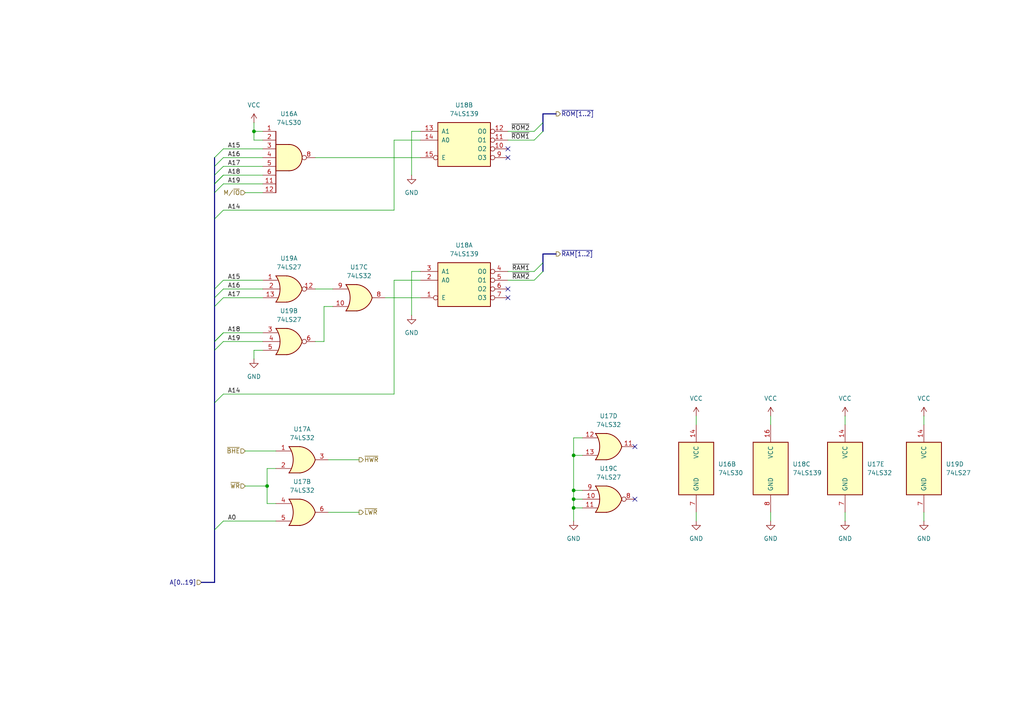
<source format=kicad_sch>
(kicad_sch (version 20250114) (generator "eeschema") (generator_version "9.0")
  (paper "A4")
  (lib_symbols
    (symbol "74xx:74LS139" (pin_names (offset 1.016))
      (property "Reference" "U" (at -7.62 8.89 0))
      (property "Value" "74LS139" (at -7.62 -8.89 0))
      (symbol "74LS139_1_0"
        (pin input line (at -12.7 2.54 0) (length 5.08) (name "A1") (number "3"))
        (pin input line (at -12.7 0 0) (length 5.08) (name "A0") (number "2"))
        (pin input inverted (at -12.7 -5.08 0) (length 5.08) (name "E") (number "1"))
        (pin output inverted (at 12.7 2.54 180) (length 5.08) (name "O0") (number "4"))
        (pin output inverted (at 12.7 0 180) (length 5.08) (name "O1") (number "5"))
        (pin output inverted (at 12.7 -2.54 180) (length 5.08) (name "O2") (number "6"))
        (pin output inverted (at 12.7 -5.08 180) (length 5.08) (name "O3") (number "7"))
      )
      (symbol "74LS139_1_1"
        (rectangle (start -7.62 5.08) (end 7.62 -7.62) (stroke (width 0.254)) (fill (type background)))
      )
      (symbol "74LS139_2_0"
        (pin input line (at -12.7 2.54 0) (length 5.08) (name "A1") (number "13"))
        (pin input line (at -12.7 0 0) (length 5.08) (name "A0") (number "14"))
        (pin input inverted (at -12.7 -5.08 0) (length 5.08) (name "E") (number "15"))
        (pin output inverted (at 12.7 2.54 180) (length 5.08) (name "O0") (number "12"))
        (pin output inverted (at 12.7 0 180) (length 5.08) (name "O1") (number "11"))
        (pin output inverted (at 12.7 -2.54 180) (length 5.08) (name "O2") (number "10"))
        (pin output inverted (at 12.7 -5.08 180) (length 5.08) (name "O3") (number "9"))
      )
      (symbol "74LS139_2_1"
        (rectangle (start -7.62 5.08) (end 7.62 -7.62) (stroke (width 0.254)) (fill (type background)))
      )
      (symbol "74LS139_3_0"
        (pin power_in line (at 0 12.7 270) (length 5.08) (name "VCC") (number "16"))
        (pin power_in line (at 0 -12.7 90) (length 5.08) (name "GND") (number "8"))
      )
      (symbol "74LS139_3_1"
        (rectangle (start -5.08 7.62) (end 5.08 -7.62) (stroke (width 0.254)) (fill (type background)))
      )
    )
    (symbol "74xx:74LS27" (pin_names (offset 1.016))
      (property "Reference" "U" (at 0 1.27 0))
      (property "Value" "74LS27" (at 0 -1.27 0))
      (symbol "74LS27_1_1"
        (arc (start -3.81 3.81) (mid -2.589 0) (end -3.81 -3.81) (stroke (width 0.254)))
        (polyline (pts (xy -3.81 3.81) (xy -0.635 3.81)) (stroke (width 0.254)) (fill (type background)))
        (polyline (pts (xy -3.81 -3.81) (xy -0.635 -3.81)) (stroke (width 0.254)) (fill (type background)))
        (arc (start 3.81 0) (mid 2.1855 -2.584) (end -0.6096 -3.81) (stroke (width 0.254)) (fill (type background)))
        (arc (start -0.6096 3.81) (mid 2.1928 2.5924) (end 3.81 0) (stroke (width 0.254)) (fill (type background)))
        (polyline (pts (xy -0.635 3.81) (xy -3.81 3.81) (xy -3.81 3.81) (xy -3.556 3.4036) (xy -3.0226 2.2606) (xy -2.6924 1.0414) (xy -2.6162 -0.254) (xy -2.7686 -1.4986) (xy -3.175 -2.7178) (xy -3.81 -3.81) (xy -3.81 -3.81) (xy -0.635 -3.81)) (stroke (width -25.4)) (fill (type background)))
        (pin input line (at -7.62 2.54 0) (length 4.318) (name "~") (number "1"))
        (pin input line (at -7.62 0 0) (length 4.953) (name "~") (number "2"))
        (pin input line (at -7.62 -2.54 0) (length 4.318) (name "~") (number "13"))
        (pin output inverted (at 7.62 0 180) (length 3.81) (name "~") (number "12"))
      )
      (symbol "74LS27_1_2"
        (arc (start 0 3.81) (mid 3.7934 0) (end 0 -3.81) (stroke (width 0.254)) (fill (type background)))
        (polyline (pts (xy 0 3.81) (xy -3.81 3.81) (xy -3.81 -3.81) (xy 0 -3.81)) (stroke (width 0.254)) (fill (type background)))
        (pin input inverted (at -7.62 2.54 0) (length 3.81) (name "~") (number "1"))
        (pin input inverted (at -7.62 0 0) (length 3.81) (name "~") (number "2"))
        (pin input inverted (at -7.62 -2.54 0) (length 3.81) (name "~") (number "13"))
        (pin output line (at 7.62 0 180) (length 3.81) (name "~") (number "12"))
      )
      (symbol "74LS27_2_1"
        (arc (start -3.81 3.81) (mid -2.589 0) (end -3.81 -3.81) (stroke (width 0.254)))
        (polyline (pts (xy -3.81 3.81) (xy -0.635 3.81)) (stroke (width 0.254)) (fill (type background)))
        (polyline (pts (xy -3.81 -3.81) (xy -0.635 -3.81)) (stroke (width 0.254)) (fill (type background)))
        (arc (start 3.81 0) (mid 2.1855 -2.584) (end -0.6096 -3.81) (stroke (width 0.254)) (fill (type background)))
        (arc (start -0.6096 3.81) (mid 2.1928 2.5924) (end 3.81 0) (stroke (width 0.254)) (fill (type background)))
        (polyline (pts (xy -0.635 3.81) (xy -3.81 3.81) (xy -3.81 3.81) (xy -3.556 3.4036) (xy -3.0226 2.2606) (xy -2.6924 1.0414) (xy -2.6162 -0.254) (xy -2.7686 -1.4986) (xy -3.175 -2.7178) (xy -3.81 -3.81) (xy -3.81 -3.81) (xy -0.635 -3.81)) (stroke (width -25.4)) (fill (type background)))
        (pin input line (at -7.62 2.54 0) (length 4.318) (name "~") (number "3"))
        (pin input line (at -7.62 0 0) (length 4.953) (name "~") (number "4"))
        (pin input line (at -7.62 -2.54 0) (length 4.318) (name "~") (number "5"))
        (pin output inverted (at 7.62 0 180) (length 3.81) (name "~") (number "6"))
      )
      (symbol "74LS27_2_2"
        (arc (start 0 3.81) (mid 3.7934 0) (end 0 -3.81) (stroke (width 0.254)) (fill (type background)))
        (polyline (pts (xy 0 3.81) (xy -3.81 3.81) (xy -3.81 -3.81) (xy 0 -3.81)) (stroke (width 0.254)) (fill (type background)))
        (pin input inverted (at -7.62 2.54 0) (length 3.81) (name "~") (number "3"))
        (pin input inverted (at -7.62 0 0) (length 3.81) (name "~") (number "4"))
        (pin input inverted (at -7.62 -2.54 0) (length 3.81) (name "~") (number "5"))
        (pin output line (at 7.62 0 180) (length 3.81) (name "~") (number "6"))
      )
      (symbol "74LS27_3_1"
        (arc (start -3.81 3.81) (mid -2.589 0) (end -3.81 -3.81) (stroke (width 0.254)))
        (polyline (pts (xy -3.81 3.81) (xy -0.635 3.81)) (stroke (width 0.254)) (fill (type background)))
        (polyline (pts (xy -3.81 -3.81) (xy -0.635 -3.81)) (stroke (width 0.254)) (fill (type background)))
        (arc (start 3.81 0) (mid 2.1855 -2.584) (end -0.6096 -3.81) (stroke (width 0.254)) (fill (type background)))
        (arc (start -0.6096 3.81) (mid 2.1928 2.5924) (end 3.81 0) (stroke (width 0.254)) (fill (type background)))
        (polyline (pts (xy -0.635 3.81) (xy -3.81 3.81) (xy -3.81 3.81) (xy -3.556 3.4036) (xy -3.0226 2.2606) (xy -2.6924 1.0414) (xy -2.6162 -0.254) (xy -2.7686 -1.4986) (xy -3.175 -2.7178) (xy -3.81 -3.81) (xy -3.81 -3.81) (xy -0.635 -3.81)) (stroke (width -25.4)) (fill (type background)))
        (pin input line (at -7.62 2.54 0) (length 4.318) (name "~") (number "9"))
        (pin input line (at -7.62 0 0) (length 4.953) (name "~") (number "10"))
        (pin input line (at -7.62 -2.54 0) (length 4.318) (name "~") (number "11"))
        (pin output inverted (at 7.62 0 180) (length 3.81) (name "~") (number "8"))
      )
      (symbol "74LS27_3_2"
        (arc (start 0 3.81) (mid 3.7934 0) (end 0 -3.81) (stroke (width 0.254)) (fill (type background)))
        (polyline (pts (xy 0 3.81) (xy -3.81 3.81) (xy -3.81 -3.81) (xy 0 -3.81)) (stroke (width 0.254)) (fill (type background)))
        (pin input inverted (at -7.62 2.54 0) (length 3.81) (name "~") (number "9"))
        (pin input inverted (at -7.62 0 0) (length 3.81) (name "~") (number "10"))
        (pin input inverted (at -7.62 -2.54 0) (length 3.81) (name "~") (number "11"))
        (pin output line (at 7.62 0 180) (length 3.81) (name "~") (number "8"))
      )
      (symbol "74LS27_4_0"
        (pin power_in line (at 0 12.7 270) (length 5.08) (name "VCC") (number "14"))
        (pin power_in line (at 0 -12.7 90) (length 5.08) (name "GND") (number "7"))
      )
      (symbol "74LS27_4_1"
        (rectangle (start -5.08 7.62) (end 5.08 -7.62) (stroke (width 0.254)) (fill (type background)))
      )
    )
    (symbol "74xx:74LS30" (pin_names (offset 1.016))
      (property "Reference" "U" (at 0 1.27 0))
      (property "Value" "74LS30" (at 0 -1.27 0))
      (symbol "74LS30_1_1"
        (polyline (pts (xy -3.81 7.62) (xy -3.81 -10.16)) (stroke (width 0.254)))
        (arc (start 0 3.81) (mid 3.7934 0) (end 0 -3.81) (stroke (width 0.254)) (fill (type background)))
        (polyline (pts (xy 0 3.81) (xy -3.81 3.81) (xy -3.81 -3.81) (xy 0 -3.81)) (stroke (width 0.254)) (fill (type background)))
        (pin input line (at -7.62 7.62 0) (length 3.81) (name "~") (number "1"))
        (pin input line (at -7.62 5.08 0) (length 3.81) (name "~") (number "2"))
        (pin input line (at -7.62 2.54 0) (length 3.81) (name "~") (number "3"))
        (pin input line (at -7.62 0 0) (length 3.81) (name "~") (number "4"))
        (pin input line (at -7.62 -2.54 0) (length 3.81) (name "~") (number "5"))
        (pin input line (at -7.62 -5.08 0) (length 3.81) (name "~") (number "6"))
        (pin input line (at -7.62 -7.62 0) (length 3.81) (name "~") (number "11"))
        (pin input line (at -7.62 -10.16 0) (length 3.81) (name "~") (number "12"))
        (pin output inverted (at 7.62 0 180) (length 3.81) (name "~") (number "8"))
      )
      (symbol "74LS30_1_2"
        (arc (start -3.81 3.81) (mid -2.589 0) (end -3.81 -3.81) (stroke (width 0.254)))
        (polyline (pts (xy -3.81 7.62) (xy -3.81 3.81)) (stroke (width 0.254)))
        (polyline (pts (xy -3.81 3.81) (xy -0.635 3.81)) (stroke (width 0.254)) (fill (type background)))
        (polyline (pts (xy -3.81 -3.81) (xy -3.81 -10.16)) (stroke (width 0.254)))
        (polyline (pts (xy -3.81 -3.81) (xy -0.635 -3.81)) (stroke (width 0.254)) (fill (type background)))
        (arc (start 3.81 0) (mid 2.1855 -2.584) (end -0.6096 -3.81) (stroke (width 0.254)) (fill (type background)))
        (arc (start -0.6096 3.81) (mid 2.1928 2.5924) (end 3.81 0) (stroke (width 0.254)) (fill (type background)))
        (polyline (pts (xy -0.635 3.81) (xy -3.81 3.81) (xy -3.81 3.81) (xy -3.556 3.4036) (xy -3.0226 2.2606) (xy -2.6924 1.0414) (xy -2.6162 -0.254) (xy -2.7686 -1.4986) (xy -3.175 -2.7178) (xy -3.81 -3.81) (xy -3.81 -3.81) (xy -0.635 -3.81)) (stroke (width -25.4)) (fill (type background)))
        (pin input inverted (at -7.62 7.62 0) (length 3.81) (name "~") (number "1"))
        (pin input inverted (at -7.62 5.08 0) (length 3.81) (name "~") (number "2"))
        (pin input inverted (at -7.62 2.54 0) (length 4.5466) (name "~") (number "3"))
        (pin input inverted (at -7.62 0 0) (length 5.08) (name "~") (number "4"))
        (pin input inverted (at -7.62 -2.54 0) (length 4.5466) (name "~") (number "5"))
        (pin input inverted (at -7.62 -5.08 0) (length 3.81) (name "~") (number "6"))
        (pin input inverted (at -7.62 -7.62 0) (length 3.81) (name "~") (number "11"))
        (pin input inverted (at -7.62 -10.16 0) (length 3.81) (name "~") (number "12"))
        (pin output line (at 7.62 0 180) (length 3.81) (name "~") (number "8"))
      )
      (symbol "74LS30_2_0"
        (pin power_in line (at 0 12.7 270) (length 5.08) (name "VCC") (number "14"))
        (pin power_in line (at 0 -12.7 90) (length 5.08) (name "GND") (number "7"))
      )
      (symbol "74LS30_2_1"
        (rectangle (start -5.08 7.62) (end 5.08 -7.62) (stroke (width 0.254)) (fill (type background)))
      )
    )
    (symbol "74xx:74LS32" (pin_names (offset 1.016))
      (property "Reference" "U" (at 0 1.27 0))
      (property "Value" "74LS32" (at 0 -1.27 0))
      (symbol "74LS32_1_1"
        (arc (start -3.81 3.81) (mid -2.589 0) (end -3.81 -3.81) (stroke (width 0.254)))
        (polyline (pts (xy -3.81 3.81) (xy -0.635 3.81)) (stroke (width 0.254)) (fill (type background)))
        (polyline (pts (xy -3.81 -3.81) (xy -0.635 -3.81)) (stroke (width 0.254)) (fill (type background)))
        (arc (start 3.81 0) (mid 2.1855 -2.584) (end -0.6096 -3.81) (stroke (width 0.254)) (fill (type background)))
        (arc (start -0.6096 3.81) (mid 2.1928 2.5924) (end 3.81 0) (stroke (width 0.254)) (fill (type background)))
        (polyline (pts (xy -0.635 3.81) (xy -3.81 3.81) (xy -3.81 3.81) (xy -3.556 3.4036) (xy -3.0226 2.2606) (xy -2.6924 1.0414) (xy -2.6162 -0.254) (xy -2.7686 -1.4986) (xy -3.175 -2.7178) (xy -3.81 -3.81) (xy -3.81 -3.81) (xy -0.635 -3.81)) (stroke (width -25.4)) (fill (type background)))
        (pin input line (at -7.62 2.54 0) (length 4.318) (name "~") (number "1"))
        (pin input line (at -7.62 -2.54 0) (length 4.318) (name "~") (number "2"))
        (pin output line (at 7.62 0 180) (length 3.81) (name "~") (number "3"))
      )
      (symbol "74LS32_1_2"
        (arc (start 0 3.81) (mid 3.7934 0) (end 0 -3.81) (stroke (width 0.254)) (fill (type background)))
        (polyline (pts (xy 0 3.81) (xy -3.81 3.81) (xy -3.81 -3.81) (xy 0 -3.81)) (stroke (width 0.254)) (fill (type background)))
        (pin input inverted (at -7.62 2.54 0) (length 3.81) (name "~") (number "1"))
        (pin input inverted (at -7.62 -2.54 0) (length 3.81) (name "~") (number "2"))
        (pin output inverted (at 7.62 0 180) (length 3.81) (name "~") (number "3"))
      )
      (symbol "74LS32_2_1"
        (arc (start -3.81 3.81) (mid -2.589 0) (end -3.81 -3.81) (stroke (width 0.254)))
        (polyline (pts (xy -3.81 3.81) (xy -0.635 3.81)) (stroke (width 0.254)) (fill (type background)))
        (polyline (pts (xy -3.81 -3.81) (xy -0.635 -3.81)) (stroke (width 0.254)) (fill (type background)))
        (arc (start 3.81 0) (mid 2.1855 -2.584) (end -0.6096 -3.81) (stroke (width 0.254)) (fill (type background)))
        (arc (start -0.6096 3.81) (mid 2.1928 2.5924) (end 3.81 0) (stroke (width 0.254)) (fill (type background)))
        (polyline (pts (xy -0.635 3.81) (xy -3.81 3.81) (xy -3.81 3.81) (xy -3.556 3.4036) (xy -3.0226 2.2606) (xy -2.6924 1.0414) (xy -2.6162 -0.254) (xy -2.7686 -1.4986) (xy -3.175 -2.7178) (xy -3.81 -3.81) (xy -3.81 -3.81) (xy -0.635 -3.81)) (stroke (width -25.4)) (fill (type background)))
        (pin input line (at -7.62 2.54 0) (length 4.318) (name "~") (number "4"))
        (pin input line (at -7.62 -2.54 0) (length 4.318) (name "~") (number "5"))
        (pin output line (at 7.62 0 180) (length 3.81) (name "~") (number "6"))
      )
      (symbol "74LS32_2_2"
        (arc (start 0 3.81) (mid 3.7934 0) (end 0 -3.81) (stroke (width 0.254)) (fill (type background)))
        (polyline (pts (xy 0 3.81) (xy -3.81 3.81) (xy -3.81 -3.81) (xy 0 -3.81)) (stroke (width 0.254)) (fill (type background)))
        (pin input inverted (at -7.62 2.54 0) (length 3.81) (name "~") (number "4"))
        (pin input inverted (at -7.62 -2.54 0) (length 3.81) (name "~") (number "5"))
        (pin output inverted (at 7.62 0 180) (length 3.81) (name "~") (number "6"))
      )
      (symbol "74LS32_3_1"
        (arc (start -3.81 3.81) (mid -2.589 0) (end -3.81 -3.81) (stroke (width 0.254)))
        (polyline (pts (xy -3.81 3.81) (xy -0.635 3.81)) (stroke (width 0.254)) (fill (type background)))
        (polyline (pts (xy -3.81 -3.81) (xy -0.635 -3.81)) (stroke (width 0.254)) (fill (type background)))
        (arc (start 3.81 0) (mid 2.1855 -2.584) (end -0.6096 -3.81) (stroke (width 0.254)) (fill (type background)))
        (arc (start -0.6096 3.81) (mid 2.1928 2.5924) (end 3.81 0) (stroke (width 0.254)) (fill (type background)))
        (polyline (pts (xy -0.635 3.81) (xy -3.81 3.81) (xy -3.81 3.81) (xy -3.556 3.4036) (xy -3.0226 2.2606) (xy -2.6924 1.0414) (xy -2.6162 -0.254) (xy -2.7686 -1.4986) (xy -3.175 -2.7178) (xy -3.81 -3.81) (xy -3.81 -3.81) (xy -0.635 -3.81)) (stroke (width -25.4)) (fill (type background)))
        (pin input line (at -7.62 2.54 0) (length 4.318) (name "~") (number "9"))
        (pin input line (at -7.62 -2.54 0) (length 4.318) (name "~") (number "10"))
        (pin output line (at 7.62 0 180) (length 3.81) (name "~") (number "8"))
      )
      (symbol "74LS32_3_2"
        (arc (start 0 3.81) (mid 3.7934 0) (end 0 -3.81) (stroke (width 0.254)) (fill (type background)))
        (polyline (pts (xy 0 3.81) (xy -3.81 3.81) (xy -3.81 -3.81) (xy 0 -3.81)) (stroke (width 0.254)) (fill (type background)))
        (pin input inverted (at -7.62 2.54 0) (length 3.81) (name "~") (number "9"))
        (pin input inverted (at -7.62 -2.54 0) (length 3.81) (name "~") (number "10"))
        (pin output inverted (at 7.62 0 180) (length 3.81) (name "~") (number "8"))
      )
      (symbol "74LS32_4_1"
        (arc (start -3.81 3.81) (mid -2.589 0) (end -3.81 -3.81) (stroke (width 0.254)))
        (polyline (pts (xy -3.81 3.81) (xy -0.635 3.81)) (stroke (width 0.254)) (fill (type background)))
        (polyline (pts (xy -3.81 -3.81) (xy -0.635 -3.81)) (stroke (width 0.254)) (fill (type background)))
        (arc (start 3.81 0) (mid 2.1855 -2.584) (end -0.6096 -3.81) (stroke (width 0.254)) (fill (type background)))
        (arc (start -0.6096 3.81) (mid 2.1928 2.5924) (end 3.81 0) (stroke (width 0.254)) (fill (type background)))
        (polyline (pts (xy -0.635 3.81) (xy -3.81 3.81) (xy -3.81 3.81) (xy -3.556 3.4036) (xy -3.0226 2.2606) (xy -2.6924 1.0414) (xy -2.6162 -0.254) (xy -2.7686 -1.4986) (xy -3.175 -2.7178) (xy -3.81 -3.81) (xy -3.81 -3.81) (xy -0.635 -3.81)) (stroke (width -25.4)) (fill (type background)))
        (pin input line (at -7.62 2.54 0) (length 4.318) (name "~") (number "12"))
        (pin input line (at -7.62 -2.54 0) (length 4.318) (name "~") (number "13"))
        (pin output line (at 7.62 0 180) (length 3.81) (name "~") (number "11"))
      )
      (symbol "74LS32_4_2"
        (arc (start 0 3.81) (mid 3.7934 0) (end 0 -3.81) (stroke (width 0.254)) (fill (type background)))
        (polyline (pts (xy 0 3.81) (xy -3.81 3.81) (xy -3.81 -3.81) (xy 0 -3.81)) (stroke (width 0.254)) (fill (type background)))
        (pin input inverted (at -7.62 2.54 0) (length 3.81) (name "~") (number "12"))
        (pin input inverted (at -7.62 -2.54 0) (length 3.81) (name "~") (number "13"))
        (pin output inverted (at 7.62 0 180) (length 3.81) (name "~") (number "11"))
      )
      (symbol "74LS32_5_0"
        (pin power_in line (at 0 12.7 270) (length 5.08) (name "VCC") (number "14"))
        (pin power_in line (at 0 -12.7 90) (length 5.08) (name "GND") (number "7"))
      )
      (symbol "74LS32_5_1"
        (rectangle (start -5.08 7.62) (end 5.08 -7.62) (stroke (width 0.254)) (fill (type background)))
      )
    )
    (symbol "power:GND" (power) (pin_numbers (hide yes)) (pin_names (offset 0) (hide yes))
      (property "Value" "GND" (at 0 -3.81 0))
      (symbol "GND_0_1"
        (polyline (pts (xy 0 0) (xy 0 -1.27) (xy 1.27 -1.27) (xy 0 -2.54) (xy -1.27 -1.27) (xy 0 -1.27)))
      )
      (symbol "GND_1_1"
        (pin power_in line (at 0 0 270) (length 0) (name "~") (number "1"))
      )
    )
    (symbol "power:VCC" (power) (pin_numbers (hide yes)) (pin_names (offset 0) (hide yes))
      (property "Value" "VCC" (at 0 3.556 0))
      (symbol "VCC_0_1"
        (polyline (pts (xy -0.762 1.27) (xy 0 2.54)))
        (polyline (pts (xy 0 2.54) (xy 0.762 1.27)))
        (polyline (pts (xy 0 0) (xy 0 2.54)))
      )
      (symbol "VCC_1_1"
        (pin power_in line (at 0 0 90) (length 0) (name "~") (number "1"))
      )
    )
  )
  (junction (at 77.47 140.97))
  (junction (at 166.37 142.24))
  (junction (at 166.37 147.32))
  (junction (at 166.37 132.08))
  (junction (at 166.37 144.78))
  (junction (at 73.66 38.1))
  (no_connect (at 147.32 45.72))
  (no_connect (at 147.32 83.82))
  (no_connect (at 184.15 129.54))
  (no_connect (at 147.32 86.36))
  (no_connect (at 184.15 144.78))
  (no_connect (at 147.32 43.18))
  (bus_entry (at 62.23 99.06) (size 2.54 -2.54))
  (bus_entry (at 62.23 53.34) (size 2.54 -2.54))
  (bus_entry (at 157.48 76.2) (size -2.54 2.54))
  (bus_entry (at 157.48 78.74) (size -2.54 2.54))
  (bus_entry (at 62.23 153.67) (size 2.54 -2.54))
  (bus_entry (at 62.23 53.34) (size 2.54 -2.54))
  (bus_entry (at 62.23 45.72) (size 2.54 -2.54))
  (bus_entry (at 62.23 83.82) (size 2.54 -2.54))
  (bus_entry (at 62.23 86.36) (size 2.54 -2.54))
  (bus_entry (at 64.77 114.3) (size -2.54 2.54))
  (bus_entry (at 157.48 35.56) (size -2.54 2.54))
  (bus_entry (at 62.23 99.06) (size 2.54 -2.54))
  (bus_entry (at 62.23 55.88) (size 2.54 -2.54))
  (bus_entry (at 62.23 63.5) (size 2.54 -2.54))
  (bus_entry (at 62.23 101.6) (size 2.54 -2.54))
  (bus_entry (at 62.23 88.9) (size 2.54 -2.54))
  (bus_entry (at 62.23 48.26) (size 2.54 -2.54))
  (bus_entry (at 157.48 38.1) (size -2.54 2.54))
  (bus_entry (at 62.23 50.8) (size 2.54 -2.54))
  (wire (pts (xy 267.97 148.59) (xy 267.97 151.13)))
  (wire (pts (xy 147.32 78.74) (xy 154.94 78.74)))
  (wire (pts (xy 121.92 40.64) (xy 114.3 40.64)))
  (bus (pts (xy 62.23 86.36) (xy 62.23 88.9)))
  (wire (pts (xy 91.44 83.82) (xy 96.52 83.82)))
  (wire (pts (xy 121.92 38.1) (xy 119.38 38.1)))
  (bus (pts (xy 62.23 55.88) (xy 62.23 53.34)))
  (wire (pts (xy 166.37 147.32) (xy 166.37 151.13)))
  (wire (pts (xy 73.66 40.64) (xy 73.66 38.1)))
  (bus (pts (xy 62.23 101.6) (xy 62.23 116.84)))
  (bus (pts (xy 58.42 168.91) (xy 62.23 168.91)))
  (wire (pts (xy 76.2 40.64) (xy 73.66 40.64)))
  (bus (pts (xy 62.23 99.06) (xy 62.23 101.6)))
  (wire (pts (xy 147.32 81.28) (xy 154.94 81.28)))
  (wire (pts (xy 166.37 132.08) (xy 166.37 142.24)))
  (wire (pts (xy 91.44 99.06) (xy 93.98 99.06)))
  (wire (pts (xy 147.32 38.1) (xy 154.94 38.1)))
  (bus (pts (xy 62.23 48.26) (xy 62.23 45.72)))
  (wire (pts (xy 73.66 38.1) (xy 76.2 38.1)))
  (wire (pts (xy 166.37 142.24) (xy 166.37 144.78)))
  (wire (pts (xy 166.37 147.32) (xy 168.91 147.32)))
  (bus (pts (xy 62.23 53.34) (xy 62.23 50.8)))
  (wire (pts (xy 223.52 148.59) (xy 223.52 151.13)))
  (wire (pts (xy 64.77 81.28) (xy 76.2 81.28)))
  (wire (pts (xy 121.92 78.74) (xy 119.38 78.74)))
  (wire (pts (xy 64.77 43.18) (xy 76.2 43.18)))
  (bus (pts (xy 157.48 35.56) (xy 157.48 33.02)))
  (wire (pts (xy 77.47 146.05) (xy 80.01 146.05)))
  (wire (pts (xy 119.38 78.74) (xy 119.38 91.44)))
  (wire (pts (xy 168.91 132.08) (xy 166.37 132.08)))
  (wire (pts (xy 111.76 86.36) (xy 121.92 86.36)))
  (wire (pts (xy 64.77 48.26) (xy 76.2 48.26)))
  (wire (pts (xy 121.92 81.28) (xy 114.3 81.28)))
  (wire (pts (xy 64.77 96.52) (xy 76.2 96.52)))
  (wire (pts (xy 77.47 140.97) (xy 77.47 146.05)))
  (wire (pts (xy 245.11 120.65) (xy 245.11 123.19)))
  (wire (pts (xy 64.77 86.36) (xy 76.2 86.36)))
  (wire (pts (xy 71.12 55.88) (xy 76.2 55.88)))
  (wire (pts (xy 64.77 45.72) (xy 76.2 45.72)))
  (wire (pts (xy 168.91 127) (xy 166.37 127)))
  (wire (pts (xy 119.38 38.1) (xy 119.38 50.8)))
  (bus (pts (xy 62.23 83.82) (xy 62.23 86.36)))
  (wire (pts (xy 71.12 130.81) (xy 80.01 130.81)))
  (wire (pts (xy 95.25 148.59) (xy 104.14 148.59)))
  (bus (pts (xy 157.48 38.1) (xy 157.48 35.56)))
  (bus (pts (xy 62.23 116.84) (xy 62.23 153.67)))
  (wire (pts (xy 114.3 81.28) (xy 114.3 114.3)))
  (bus (pts (xy 62.23 63.5) (xy 62.23 83.82)))
  (wire (pts (xy 64.77 83.82) (xy 76.2 83.82)))
  (wire (pts (xy 223.52 120.65) (xy 223.52 123.19)))
  (wire (pts (xy 64.77 53.34) (xy 76.2 53.34)))
  (wire (pts (xy 73.66 101.6) (xy 73.66 104.14)))
  (wire (pts (xy 93.98 88.9) (xy 96.52 88.9)))
  (wire (pts (xy 114.3 40.64) (xy 114.3 60.96)))
  (wire (pts (xy 166.37 144.78) (xy 166.37 147.32)))
  (wire (pts (xy 166.37 127) (xy 166.37 132.08)))
  (wire (pts (xy 93.98 99.06) (xy 93.98 88.9)))
  (wire (pts (xy 64.77 99.06) (xy 76.2 99.06)))
  (wire (pts (xy 245.11 148.59) (xy 245.11 151.13)))
  (wire (pts (xy 76.2 101.6) (xy 73.66 101.6)))
  (wire (pts (xy 201.93 120.65) (xy 201.93 123.19)))
  (wire (pts (xy 95.25 133.35) (xy 104.14 133.35)))
  (bus (pts (xy 62.23 168.91) (xy 62.23 153.67)))
  (wire (pts (xy 267.97 120.65) (xy 267.97 123.19)))
  (wire (pts (xy 64.77 114.3) (xy 114.3 114.3)))
  (wire (pts (xy 64.77 151.13) (xy 80.01 151.13)))
  (wire (pts (xy 168.91 142.24) (xy 166.37 142.24)))
  (bus (pts (xy 62.23 50.8) (xy 62.23 48.26)))
  (bus (pts (xy 157.48 33.02) (xy 161.29 33.02)))
  (wire (pts (xy 91.44 45.72) (xy 121.92 45.72)))
  (wire (pts (xy 80.01 135.89) (xy 77.47 135.89)))
  (wire (pts (xy 64.77 60.96) (xy 114.3 60.96)))
  (bus (pts (xy 157.48 73.66) (xy 161.29 73.66)))
  (wire (pts (xy 71.12 140.97) (xy 77.47 140.97)))
  (bus (pts (xy 157.48 76.2) (xy 157.48 73.66)))
  (wire (pts (xy 147.32 40.64) (xy 154.94 40.64)))
  (wire (pts (xy 64.77 50.8) (xy 76.2 50.8)))
  (bus (pts (xy 157.48 78.74) (xy 157.48 76.2)))
  (wire (pts (xy 77.47 135.89) (xy 77.47 140.97)))
  (wire (pts (xy 73.66 35.56) (xy 73.66 38.1)))
  (bus (pts (xy 62.23 55.88) (xy 62.23 63.5)))
  (wire (pts (xy 168.91 144.78) (xy 166.37 144.78)))
  (wire (pts (xy 201.93 148.59) (xy 201.93 151.13)))
  (bus (pts (xy 62.23 88.9) (xy 62.23 99.06)))
  (label "A15" (at 66.04 43.18 0))
  (label "A15" (at 66.04 81.28 0))
  (label "A17" (at 66.04 48.26 0))
  (label "~{ROM1}" (at 153.67 40.64 180))
  (label "A16" (at 66.04 45.72 0))
  (label "~{ROM2}" (at 153.67 38.1 180))
  (label "A14" (at 66.04 60.96 0))
  (label "A19" (at 66.04 99.06 0))
  (label "A17" (at 66.04 86.36 0))
  (label "~{RAM2}" (at 153.67 81.28 180))
  (label "A16" (at 66.04 83.82 0))
  (label "A18" (at 66.04 96.52 0))
  (label "A14" (at 66.04 114.3 0))
  (label "A0" (at 66.04 151.13 0))
  (label "A19" (at 66.04 53.34 0))
  (label "A18" (at 66.04 50.8 0))
  (label "~{RAM1}" (at 153.67 78.74 180))
  (hierarchical_label "A[0..19]" (shape input) (at 58.42 168.91 180))
  (hierarchical_label "~{WR}" (shape input) (at 71.12 140.97 180))
  (hierarchical_label "~{BHE}" (shape input) (at 71.12 130.81 180))
  (hierarchical_label "~{RAM[1..2]}" (shape output) (at 161.29 73.66 0))
  (hierarchical_label "~{ROM[1..2]}" (shape output) (at 161.29 33.02 0))
  (hierarchical_label "~{LWR}" (shape output) (at 104.14 148.59 0))
  (hierarchical_label "~{HWR}" (shape output) (at 104.14 133.35 0))
  (hierarchical_label "M{slash}~{IO}" (shape input) (at 71.12 55.88 180))
  (symbol (lib_id "74xx:74LS30") (at 201.93 135.89 0) (unit 2)
    (property "Reference" "U16" (at 208.28 134.6199 0) (effects (justify left)))
    (property "Value" "74LS30" (at 208.28 137.1599 0) (effects (justify left)))
    (property "Datasheet" "http://www.ti.com/lit/gpn/sn74LS30" (effects (hide yes)))
    (property "Description" "8-input NAND" (effects (hide yes)))
  )
  (symbol (lib_id "74xx:74LS32") (at 87.63 148.59 0) (unit 2)
    (property "Reference" "U17" (at 87.63 139.7 0))
    (property "Value" "74LS32" (at 87.63 142.24 0))
    (property "Datasheet" "http://www.ti.com/lit/gpn/sn74LS32" (effects (hide yes)))
    (property "Description" "Quad 2-input OR" (effects (hide yes)))
  )
  (symbol (lib_id "power:GND") (at 201.93 151.13 0) (unit 1)
    (property "Reference" "#PWR046" (effects (hide yes)))
    (property "Value" "GND" (at 201.93 156.21 0))
    (property "Description" "Power symbol creates a global label with name \"GND\" , ground" (effects (hide yes)))
  )
  (symbol (lib_id "power:VCC") (at 267.97 120.65 0) (unit 1)
    (property "Reference" "#PWR056" (effects (hide yes)))
    (property "Value" "VCC" (at 267.97 115.57 0))
    (property "Description" "Power symbol creates a global label with name \"VCC\"" (effects (hide yes)))
  )
  (symbol (lib_id "power:VCC") (at 245.11 120.65 0) (unit 1)
    (property "Reference" "#PWR050" (effects (hide yes)))
    (property "Value" "VCC" (at 245.11 115.57 0))
    (property "Description" "Power symbol creates a global label with name \"VCC\"" (effects (hide yes)))
  )
  (symbol (lib_id "74xx:74LS27") (at 83.82 83.82 0) (unit 1)
    (property "Reference" "U19" (at 83.82 74.93 0))
    (property "Value" "74LS27" (at 83.82 77.47 0))
    (property "Datasheet" "http://www.ti.com/lit/gpn/sn74LS27" (effects (hide yes)))
    (property "Description" "Triple 3-input NOR" (effects (hide yes)))
  )
  (symbol (lib_id "74xx:74LS139") (at 134.62 40.64 0) (unit 2)
    (property "Reference" "U18" (at 134.62 30.48 0))
    (property "Value" "74LS139" (at 134.62 33.02 0))
    (property "Datasheet" "http://www.ti.com/lit/ds/symlink/sn74ls139a.pdf" (effects (hide yes)))
    (property "Description" "Dual Decoder 1 of 4, Active low outputs" (effects (hide yes)))
  )
  (symbol (lib_id "74xx:74LS32") (at 176.53 129.54 0) (unit 4)
    (property "Reference" "U17" (at 176.53 120.65 0))
    (property "Value" "74LS32" (at 176.53 123.19 0))
    (property "Datasheet" "http://www.ti.com/lit/gpn/sn74LS32" (effects (hide yes)))
    (property "Description" "Quad 2-input OR" (effects (hide yes)))
  )
  (symbol (lib_id "74xx:74LS32") (at 104.14 86.36 0) (unit 3)
    (property "Reference" "U17" (at 104.14 77.47 0))
    (property "Value" "74LS32" (at 104.14 80.01 0))
    (property "Datasheet" "http://www.ti.com/lit/gpn/sn74LS32" (effects (hide yes)))
    (property "Description" "Quad 2-input OR" (effects (hide yes)))
  )
  (symbol (lib_id "power:VCC") (at 223.52 120.65 0) (unit 1)
    (property "Reference" "#PWR048" (effects (hide yes)))
    (property "Value" "VCC" (at 223.52 115.57 0))
    (property "Description" "Power symbol creates a global label with name \"VCC\"" (effects (hide yes)))
  )
  (symbol (lib_id "power:GND") (at 73.66 104.14 0) (unit 1)
    (property "Reference" "#PWR055" (effects (hide yes)))
    (property "Value" "GND" (at 73.66 109.22 0))
    (property "Description" "Power symbol creates a global label with name \"GND\" , ground" (effects (hide yes)))
  )
  (symbol (lib_id "74xx:74LS139") (at 134.62 81.28 0) (unit 1)
    (property "Reference" "U18" (at 134.62 71.12 0))
    (property "Value" "74LS139" (at 134.62 73.66 0))
    (property "Datasheet" "http://www.ti.com/lit/ds/symlink/sn74ls139a.pdf" (effects (hide yes)))
    (property "Description" "Dual Decoder 1 of 4, Active low outputs" (effects (hide yes)))
  )
  (symbol (lib_id "74xx:74LS27") (at 176.53 144.78 0) (unit 3)
    (property "Reference" "U19" (at 176.53 135.89 0))
    (property "Value" "74LS27" (at 176.53 138.43 0))
    (property "Datasheet" "http://www.ti.com/lit/gpn/sn74LS27" (effects (hide yes)))
    (property "Description" "Triple 3-input NOR" (effects (hide yes)))
  )
  (symbol (lib_id "power:GND") (at 119.38 91.44 0) (unit 1)
    (property "Reference" "#PWR054" (effects (hide yes)))
    (property "Value" "GND" (at 119.38 96.52 0))
    (property "Description" "Power symbol creates a global label with name \"GND\" , ground" (effects (hide yes)))
  )
  (symbol (lib_id "power:VCC") (at 201.93 120.65 0) (unit 1)
    (property "Reference" "#PWR047" (effects (hide yes)))
    (property "Value" "VCC" (at 201.93 115.57 0))
    (property "Description" "Power symbol creates a global label with name \"VCC\"" (effects (hide yes)))
  )
  (symbol (lib_id "74xx:74LS139") (at 223.52 135.89 0) (unit 3)
    (property "Reference" "U18" (at 229.87 134.6199 0) (effects (justify left)))
    (property "Value" "74LS139" (at 229.87 137.1599 0) (effects (justify left)))
    (property "Datasheet" "http://www.ti.com/lit/ds/symlink/sn74ls139a.pdf" (effects (hide yes)))
    (property "Description" "Dual Decoder 1 of 4, Active low outputs" (effects (hide yes)))
  )
  (symbol (lib_id "power:VCC") (at 73.66 35.56 0) (unit 1)
    (property "Reference" "#PWR052" (effects (hide yes)))
    (property "Value" "VCC" (at 73.66 30.48 0))
    (property "Description" "Power symbol creates a global label with name \"VCC\"" (effects (hide yes)))
  )
  (symbol (lib_id "74xx:74LS27") (at 267.97 135.89 0) (unit 4)
    (property "Reference" "U19" (at 274.32 134.6199 0) (effects (justify left)))
    (property "Value" "74LS27" (at 274.32 137.1599 0) (effects (justify left)))
    (property "Datasheet" "http://www.ti.com/lit/gpn/sn74LS27" (effects (hide yes)))
    (property "Description" "Triple 3-input NOR" (effects (hide yes)))
  )
  (symbol (lib_id "power:GND") (at 245.11 151.13 0) (unit 1)
    (property "Reference" "#PWR051" (effects (hide yes)))
    (property "Value" "GND" (at 245.11 156.21 0))
    (property "Description" "Power symbol creates a global label with name \"GND\" , ground" (effects (hide yes)))
  )
  (symbol (lib_id "power:GND") (at 119.38 50.8 0) (unit 1)
    (property "Reference" "#PWR053" (effects (hide yes)))
    (property "Value" "GND" (at 119.38 55.88 0))
    (property "Description" "Power symbol creates a global label with name \"GND\" , ground" (effects (hide yes)))
  )
  (symbol (lib_id "74xx:74LS32") (at 245.11 135.89 0) (unit 5)
    (property "Reference" "U17" (at 251.46 134.6199 0) (effects (justify left)))
    (property "Value" "74LS32" (at 251.46 137.1599 0) (effects (justify left)))
    (property "Datasheet" "http://www.ti.com/lit/gpn/sn74LS32" (effects (hide yes)))
    (property "Description" "Quad 2-input OR" (effects (hide yes)))
  )
  (symbol (lib_id "power:GND") (at 223.52 151.13 0) (unit 1)
    (property "Reference" "#PWR049" (effects (hide yes)))
    (property "Value" "GND" (at 223.52 156.21 0))
    (property "Description" "Power symbol creates a global label with name \"GND\" , ground" (effects (hide yes)))
  )
  (symbol (lib_id "74xx:74LS27") (at 83.82 99.06 0) (unit 2)
    (property "Reference" "U19" (at 83.82 90.17 0))
    (property "Value" "74LS27" (at 83.82 92.71 0))
    (property "Datasheet" "http://www.ti.com/lit/gpn/sn74LS27" (effects (hide yes)))
    (property "Description" "Triple 3-input NOR" (effects (hide yes)))
  )
  (symbol (lib_id "power:GND") (at 267.97 151.13 0) (unit 1)
    (property "Reference" "#PWR057" (effects (hide yes)))
    (property "Value" "GND" (at 267.97 156.21 0))
    (property "Description" "Power symbol creates a global label with name \"GND\" , ground" (effects (hide yes)))
  )
  (symbol (lib_id "74xx:74LS32") (at 87.63 133.35 0) (unit 1)
    (property "Reference" "U17" (at 87.63 124.46 0))
    (property "Value" "74LS32" (at 87.63 127 0))
    (property "Datasheet" "http://www.ti.com/lit/gpn/sn74LS32" (effects (hide yes)))
    (property "Description" "Quad 2-input OR" (effects (hide yes)))
  )
  (symbol (lib_id "power:GND") (at 166.37 151.13 0) (unit 1)
    (property "Reference" "#PWR058" (effects (hide yes)))
    (property "Value" "GND" (at 166.37 156.21 0))
    (property "Description" "Power symbol creates a global label with name \"GND\" , ground" (effects (hide yes)))
  )
  (symbol (lib_id "74xx:74LS30") (at 83.82 45.72 0) (unit 1)
    (property "Reference" "U16" (at 83.8117 33.02 0))
    (property "Value" "74LS30" (at 83.8117 35.56 0))
    (property "Datasheet" "http://www.ti.com/lit/gpn/sn74LS30" (effects (hide yes)))
    (property "Description" "8-input NAND" (effects (hide yes)))
  )
)
</source>
